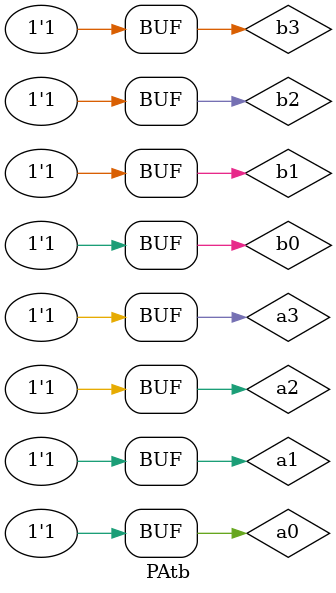
<source format=v>
`timescale 1ns / 1ps

module PAtb(

    );
    
    reg a3,a2,a1,a0,
        b3,b2,b1,b0;
    
    wire s4,s3,s2,s1,
         cout;
    
    ParallelAdder_4Bit pa(a3,a2,a1,a0, 
                          b3,b2,b1,b0,
                          s4,s3,s2,s1,
                          cout);

initial begin    
    
// Method - 1
//0    
    a3=0;   a2=0;   a1=0;   a0=0;   b3=0;   b2=0;   b1=0;   b0=0;
    #10
//1
    a3=0;   a2=0;   a1=0;   a0=1;   b3=0;   b2=0;   b1=0;   b0=1;
    #10
//2
    a3=0;   a2=0;   a1=1;   a0=0;   b3=0;   b2=0;   b1=1;   b0=0;
    #10
//3
    a3=0;   a2=0;   a1=1;   a0=1;   b3=0;   b2=0;   b1=1;   b0=1;
    #10
//4
    a3=0;   a2=1;   a1=0;   a0=0;   b3=0;   b2=1;   b1=0;   b0=0;
    #10
//5
    a3=0;   a2=1;   a1=0;   a0=1;   b3=0;   b2=1;   b1=0;   b0=1;
    #10
//6
    a3=0;   a2=1;   a1=1;   a0=0;   b3=0;   b2=1;   b1=1;   b0=0;
    #10
//7
    a3=0;   a2=1;   a1=1;   a0=1;   b3=0;   b2=1;   b1=1;   b0=1;
    #10
//8
    a3=1;   a2=0;   a1=0;   a0=0;   b3=1;   b2=0;   b1=0;   b0=0;
    #10
//9
    a3=1;   a2=0;   a1=0;   a0=1;   b3=1;   b2=0;   b1=0;   b0=1;
    #10
//10
    a3=1;   a2=0;   a1=1;   a0=0;   b3=1;   b2=0;   b1=1;   b0=0;
    #10
//11
    a3=1;   a2=0;   a1=1;   a0=1;   b3=1;   b2=0;   b1=1;   b0=1;
    #10
//12
    a3=1;   a2=1;   a1=0;   a0=0;   b3=1;   b2=1;   b1=0;   b0=0;
    #10
//13
    a3=1;   a2=1;   a1=0;   a0=1;   b3=1;   b2=1;   b1=0;   b0=1;
    #10
//14
    a3=1;   a2=1;   a1=1;   a0=0;   b3=1;   b2=1;   b1=1;   b0=0;
    #10
//15
    a3=1;   a2=1;   a1=1;   a0=1;   b3=1;   b2=1;   b1=1;   b0=1;
    
// Method - 2

//    integer i,j;
//    for(i=0; i<16; i=i+1) begin
//        for(j=0; j<16; j=j+1)begin
//            {a3,a2,a1,a0} = i;
//            {b3,b2,b1,b0} = j;
//            #10;
            
//            $display("A = %b, B = %b => Sum = %b, Carry = %b",
//                         {a3, a2, a1, a0}, {b3, b2, b1, b0}, 
//                         {s4, s3, s2, s1}, cout);
                         
//            end
//        end
        
//        $finish;
        
    end  
    
endmodule
</source>
